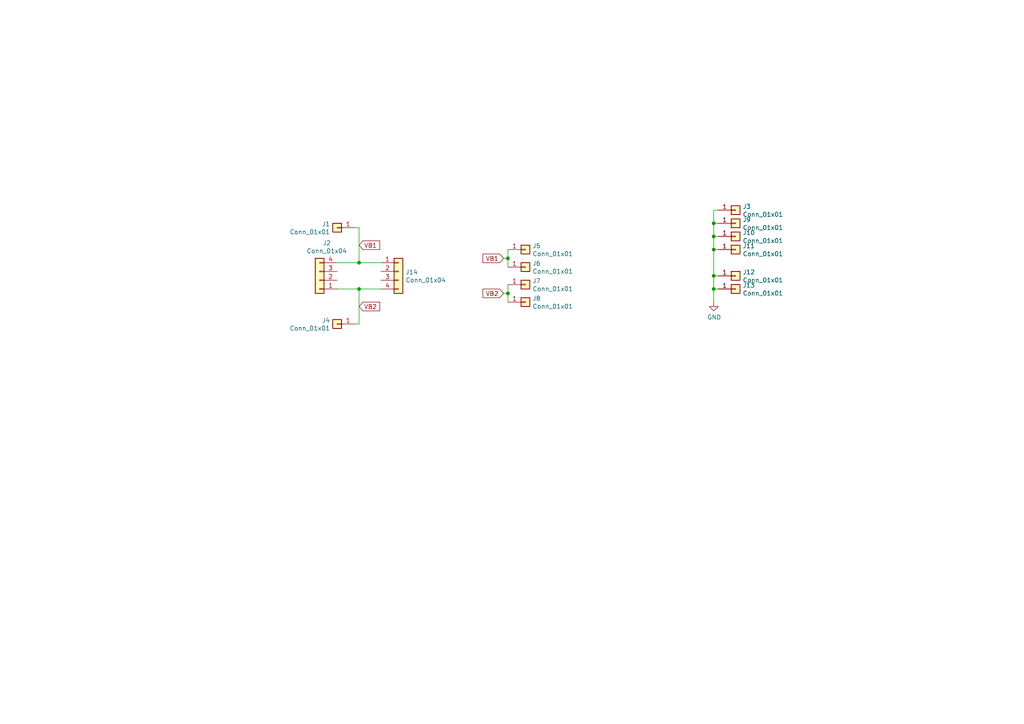
<source format=kicad_sch>
(kicad_sch (version 20231120) (generator "eeschema") (generator_version "8.0")
  (paper "A4")
  (lib_symbols
    (symbol "Connector_Generic:Conn_01x01" (pin_names (offset 1.016) hide)
      (property "Reference" "J" (at 0 2.54 0))
      (property "Value" "Conn_01x01" (at 0 -2.54 0))
      (symbol "Conn_01x01_1_1"
        (rectangle (start -1.27 0.127) (end 0 -0.127) (stroke (width 0.1524)))
        (rectangle (start -1.27 1.27) (end 1.27 -1.27) (stroke (width 0.254)) (fill (type background)))
        (pin passive line (at -5.08 0 0) (length 3.81) (name "Pin_1") (number "1"))
      )
    )
    (symbol "Connector_Generic:Conn_01x04" (pin_names (offset 1.016) hide)
      (property "Reference" "J" (at 0 5.08 0))
      (property "Value" "Conn_01x04" (at 0 -7.62 0))
      (symbol "Conn_01x04_1_1"
        (rectangle (start -1.27 -4.953) (end 0 -5.207) (stroke (width 0.1524)))
        (rectangle (start -1.27 -2.413) (end 0 -2.667) (stroke (width 0.1524)))
        (rectangle (start -1.27 0.127) (end 0 -0.127) (stroke (width 0.1524)))
        (rectangle (start -1.27 2.667) (end 0 2.413) (stroke (width 0.1524)))
        (rectangle (start -1.27 3.81) (end 1.27 -6.35) (stroke (width 0.254)) (fill (type background)))
        (pin passive line (at -5.08 2.54 0) (length 3.81) (name "Pin_1") (number "1"))
        (pin passive line (at -5.08 0 0) (length 3.81) (name "Pin_2") (number "2"))
        (pin passive line (at -5.08 -2.54 0) (length 3.81) (name "Pin_3") (number "3"))
        (pin passive line (at -5.08 -5.08 0) (length 3.81) (name "Pin_4") (number "4"))
      )
    )
    (symbol "DC UV Bulb Connector-rescue:GND-power" (power) (pin_names (offset 0))
      (property "Value" "power_GND" (at 0 -3.81 0))
      (symbol "GND-power_0_1"
        (polyline (pts (xy 0 0) (xy 0 -1.27) (xy 1.27 -1.27) (xy 0 -2.54) (xy -1.27 -1.27) (xy 0 -1.27)))
      )
      (symbol "GND-power_1_1"
        (pin power_in line (at 0 0 270) (length 0) hide (name "GND") (number "1"))
      )
    )
  )
  (junction (at 147.32 74.93))
  (junction (at 104.14 76.2))
  (junction (at 207.01 72.39))
  (junction (at 147.32 85.09))
  (junction (at 207.01 83.82))
  (junction (at 207.01 68.58))
  (junction (at 207.01 64.77))
  (junction (at 207.01 80.01))
  (junction (at 104.14 83.82))
  (wire (pts (xy 207.01 83.82) (xy 207.01 87.63)))
  (wire (pts (xy 147.32 72.39) (xy 147.32 74.93)))
  (wire (pts (xy 207.01 60.96) (xy 208.28 60.96)))
  (wire (pts (xy 146.05 85.09) (xy 147.32 85.09)))
  (wire (pts (xy 208.28 64.77) (xy 207.01 64.77)))
  (wire (pts (xy 207.01 68.58) (xy 207.01 64.77)))
  (wire (pts (xy 207.01 72.39) (xy 207.01 68.58)))
  (wire (pts (xy 104.14 83.82) (xy 110.49 83.82)))
  (wire (pts (xy 147.32 85.09) (xy 147.32 82.55)))
  (wire (pts (xy 104.14 76.2) (xy 110.49 76.2)))
  (wire (pts (xy 208.28 83.82) (xy 207.01 83.82)))
  (wire (pts (xy 146.05 74.93) (xy 147.32 74.93)))
  (wire (pts (xy 208.28 80.01) (xy 207.01 80.01)))
  (wire (pts (xy 104.14 93.98) (xy 102.87 93.98)))
  (wire (pts (xy 97.79 83.82) (xy 104.14 83.82)))
  (wire (pts (xy 208.28 68.58) (xy 207.01 68.58)))
  (wire (pts (xy 104.14 83.82) (xy 104.14 93.98)))
  (wire (pts (xy 207.01 72.39) (xy 207.01 80.01)))
  (wire (pts (xy 147.32 74.93) (xy 147.32 77.47)))
  (wire (pts (xy 147.32 85.09) (xy 147.32 87.63)))
  (wire (pts (xy 207.01 80.01) (xy 207.01 83.82)))
  (wire (pts (xy 104.14 76.2) (xy 104.14 66.04)))
  (wire (pts (xy 207.01 72.39) (xy 208.28 72.39)))
  (wire (pts (xy 97.79 76.2) (xy 104.14 76.2)))
  (wire (pts (xy 207.01 64.77) (xy 207.01 60.96)))
  (wire (pts (xy 104.14 66.04) (xy 102.87 66.04)))
  (global_label "VB2" (shape input) (at 104.14 88.9 0) (property "Intersheetrefs" "${INTERSHEET_REFS}" (effects (hide yes))))
  (global_label "VB2" (shape input) (at 146.05 85.09 180) (property "Intersheetrefs" "${INTERSHEET_REFS}" (effects (hide yes))))
  (global_label "VB1" (shape input) (at 146.05 74.93 180) (property "Intersheetrefs" "${INTERSHEET_REFS}" (effects (hide yes))))
  (global_label "VB1" (shape input) (at 104.14 71.12 0) (property "Intersheetrefs" "${INTERSHEET_REFS}" (effects (hide yes))))
  (symbol (lib_id "Connector_Generic:Conn_01x01") (at 152.4 72.39 0) (unit 1)
    (property "Reference" "J5" (at 154.432 71.3232 0) (effects (justify left)))
    (property "Value" "Conn_01x01" (at 154.432 73.6346 0) (effects (justify left)))
    (property "Footprint" "MKL:SMT_Contact" (effects (hide yes)))
  )
  (symbol (lib_id "Connector_Generic:Conn_01x01") (at 152.4 77.47 0) (unit 1)
    (property "Reference" "J6" (at 154.432 76.4032 0) (effects (justify left)))
    (property "Value" "Conn_01x01" (at 154.432 78.7146 0) (effects (justify left)))
    (property "Footprint" "MKL:SMT_Contact" (effects (hide yes)))
  )
  (symbol (lib_id "Connector_Generic:Conn_01x01") (at 152.4 82.55 0) (unit 1)
    (property "Reference" "J7" (at 154.432 81.4832 0) (effects (justify left)))
    (property "Value" "Conn_01x01" (at 154.432 83.7946 0) (effects (justify left)))
    (property "Footprint" "MKL:SMT_Contact" (effects (hide yes)))
  )
  (symbol (lib_id "Connector_Generic:Conn_01x01") (at 152.4 87.63 0) (unit 1)
    (property "Reference" "J8" (at 154.432 86.5632 0) (effects (justify left)))
    (property "Value" "Conn_01x01" (at 154.432 88.8746 0) (effects (justify left)))
    (property "Footprint" "MKL:SMT_Contact" (effects (hide yes)))
  )
  (symbol (lib_id "Connector_Generic:Conn_01x01") (at 97.79 66.04 0) (mirror y) (unit 1)
    (property "Reference" "J1" (at 95.758 64.9732 0) (effects (justify left)))
    (property "Value" "Conn_01x01" (at 95.758 67.2846 0) (effects (justify left)))
    (property "Footprint" "MKL:#2_Clearance_Hole" (effects (hide yes)))
  )
  (symbol (lib_id "Connector_Generic:Conn_01x01") (at 97.79 93.98 0) (mirror y) (unit 1)
    (property "Reference" "J4" (at 95.758 92.9132 0) (effects (justify left)))
    (property "Value" "Conn_01x01" (at 95.758 95.2246 0) (effects (justify left)))
    (property "Footprint" "MKL:#2_Clearance_Hole" (effects (hide yes)))
  )
  (symbol (lib_id "Connector_Generic:Conn_01x04") (at 92.71 81.28 180) (unit 1)
    (property "Reference" "J2" (at 94.7928 70.485 0))
    (property "Value" "Conn_01x04" (at 94.7928 72.7964 0))
    (property "Footprint" "Connector_PinHeader_2.54mm:PinHeader_1x04_P2.54mm_Horizontal" (effects (hide yes)))
  )
  (symbol (lib_id "Connector_Generic:Conn_01x01") (at 213.36 60.96 0) (unit 1)
    (property "Reference" "J3" (at 215.392 59.8932 0) (effects (justify left)))
    (property "Value" "Conn_01x01" (at 215.392 62.2046 0) (effects (justify left)))
    (property "Footprint" "MKL:#2_Clearance_Hole" (effects (hide yes)))
  )
  (symbol (lib_id "Connector_Generic:Conn_01x01") (at 213.36 64.77 0) (unit 1)
    (property "Reference" "J9" (at 215.392 63.7032 0) (effects (justify left)))
    (property "Value" "Conn_01x01" (at 215.392 66.0146 0) (effects (justify left)))
    (property "Footprint" "MKL:#2_Clearance_Hole" (effects (hide yes)))
  )
  (symbol (lib_id "Connector_Generic:Conn_01x01") (at 213.36 68.58 0) (unit 1)
    (property "Reference" "J10" (at 215.392 67.5132 0) (effects (justify left)))
    (property "Value" "Conn_01x01" (at 215.392 69.8246 0) (effects (justify left)))
    (property "Footprint" "MKL:#2_Clearance_Hole" (effects (hide yes)))
  )
  (symbol (lib_id "Connector_Generic:Conn_01x01") (at 213.36 72.39 0) (unit 1)
    (property "Reference" "J11" (at 215.392 71.3232 0) (effects (justify left)))
    (property "Value" "Conn_01x01" (at 215.392 73.6346 0) (effects (justify left)))
    (property "Footprint" "MKL:#2_Clearance_Hole" (effects (hide yes)))
  )
  (symbol (lib_id "DC UV Bulb Connector-rescue:GND-power") (at 207.01 87.63 0) (unit 1)
    (property "Reference" "#PWR01" (effects (hide yes)))
    (property "Value" "GND" (at 207.137 92.0242 0))
  )
  (symbol (lib_id "Connector_Generic:Conn_01x04") (at 115.57 78.74 0) (unit 1)
    (property "Reference" "J14" (at 117.602 78.9432 0) (effects (justify left)))
    (property "Value" "Conn_01x04" (at 117.602 81.2546 0) (effects (justify left)))
    (property "Footprint" "Connector_PinHeader_2.54mm:PinHeader_1x04_P2.54mm_Horizontal" (effects (hide yes)))
  )
  (symbol (lib_id "Connector_Generic:Conn_01x01") (at 213.36 80.01 0) (unit 1)
    (property "Reference" "J12" (at 215.392 78.9432 0) (effects (justify left)))
    (property "Value" "Conn_01x01" (at 215.392 81.2546 0) (effects (justify left)))
    (property "Footprint" "MKL:#2_Clearance_Hole" (effects (hide yes)))
  )
  (symbol (lib_id "Connector_Generic:Conn_01x01") (at 213.36 83.82 0) (unit 1)
    (property "Reference" "J13" (at 215.392 82.7532 0) (effects (justify left)))
    (property "Value" "Conn_01x01" (at 215.392 85.0646 0) (effects (justify left)))
    (property "Footprint" "MKL:#2_Clearance_Hole" (effects (hide yes)))
  )
)
</source>
